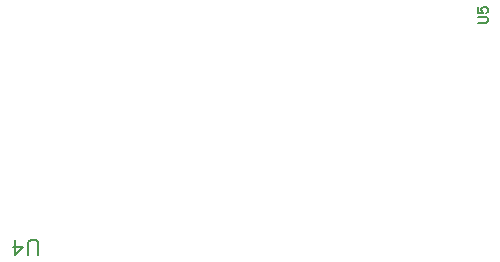
<source format=gm1>
G04*
G04 #@! TF.GenerationSoftware,Altium Limited,Altium Designer,20.0.13 (296)*
G04*
G04 Layer_Color=16711935*
%FSLAX25Y25*%
%MOIN*%
G70*
G01*
G75*
%ADD15C,0.00591*%
D15*
X111634Y98958D02*
Y103222D01*
X110781Y104075D01*
X109076D01*
X108223Y103222D01*
Y98958D01*
X103959Y104075D02*
Y98958D01*
X106517Y101517D01*
X103106D01*
X258269Y176279D02*
X260893D01*
X261417Y176804D01*
Y177854D01*
X260893Y178379D01*
X258269D01*
Y181527D02*
Y179428D01*
X259843D01*
X259318Y180478D01*
Y181002D01*
X259843Y181527D01*
X260893D01*
X261417Y181002D01*
Y179953D01*
X260893Y179428D01*
M02*

</source>
